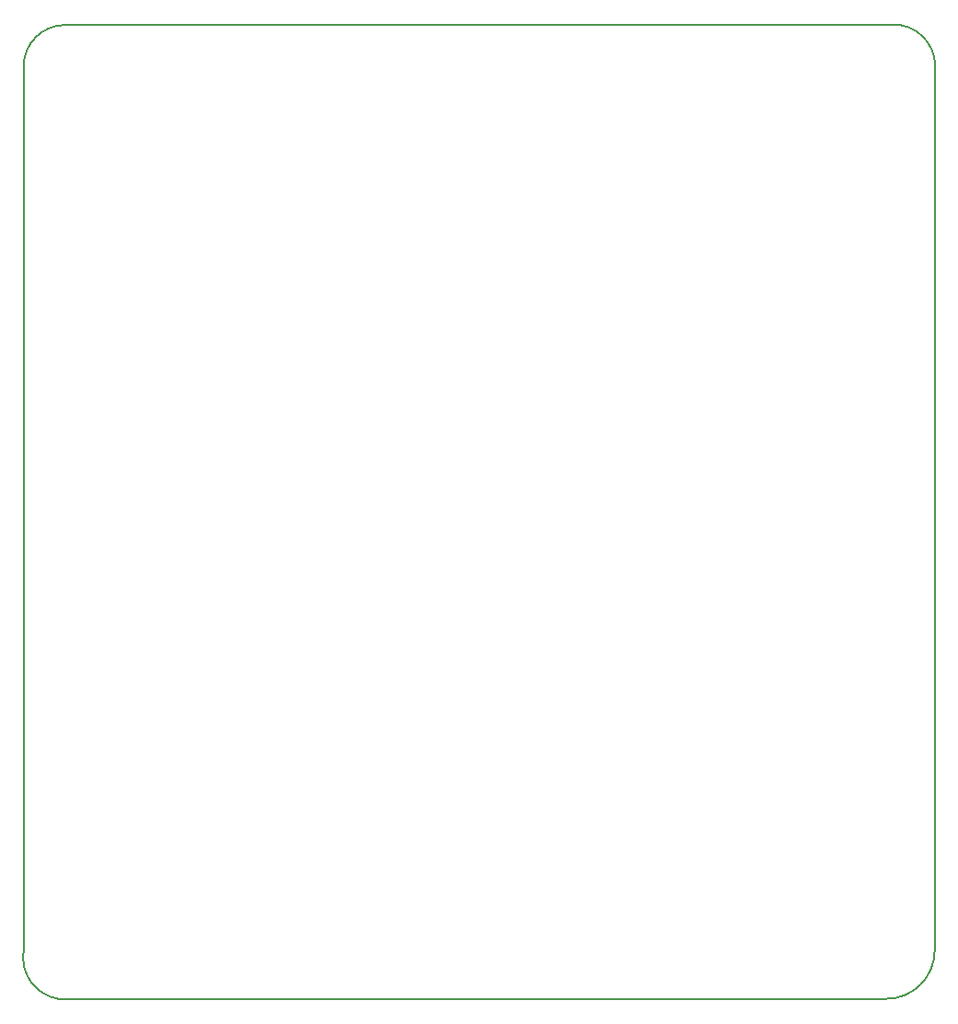
<source format=gbr>
G04 #@! TF.FileFunction,Profile,NP*
%FSLAX46Y46*%
G04 Gerber Fmt 4.6, Leading zero omitted, Abs format (unit mm)*
G04 Created by KiCad (PCBNEW 4.0.5) date 06/08/18 20:03:19*
%MOMM*%
%LPD*%
G01*
G04 APERTURE LIST*
%ADD10C,0.100000*%
%ADD11C,0.150000*%
G04 APERTURE END LIST*
D10*
D11*
X110490000Y-146685000D02*
X110490000Y-65405000D01*
X189865000Y-151130000D02*
X113665000Y-151130000D01*
X194310000Y-66040000D02*
X194310000Y-146685000D01*
X114300000Y-61595000D02*
X191135000Y-61595000D01*
X110490000Y-146685000D02*
G75*
G03X113665000Y-151130000I3810000J-635000D01*
G01*
X114300000Y-61595000D02*
G75*
G03X110490000Y-65405000I0J-3810000D01*
G01*
X194310000Y-66040000D02*
G75*
G03X191135000Y-61595000I-3810000J635000D01*
G01*
X189865000Y-151130000D02*
G75*
G03X194310000Y-146685000I0J4445000D01*
G01*
M02*

</source>
